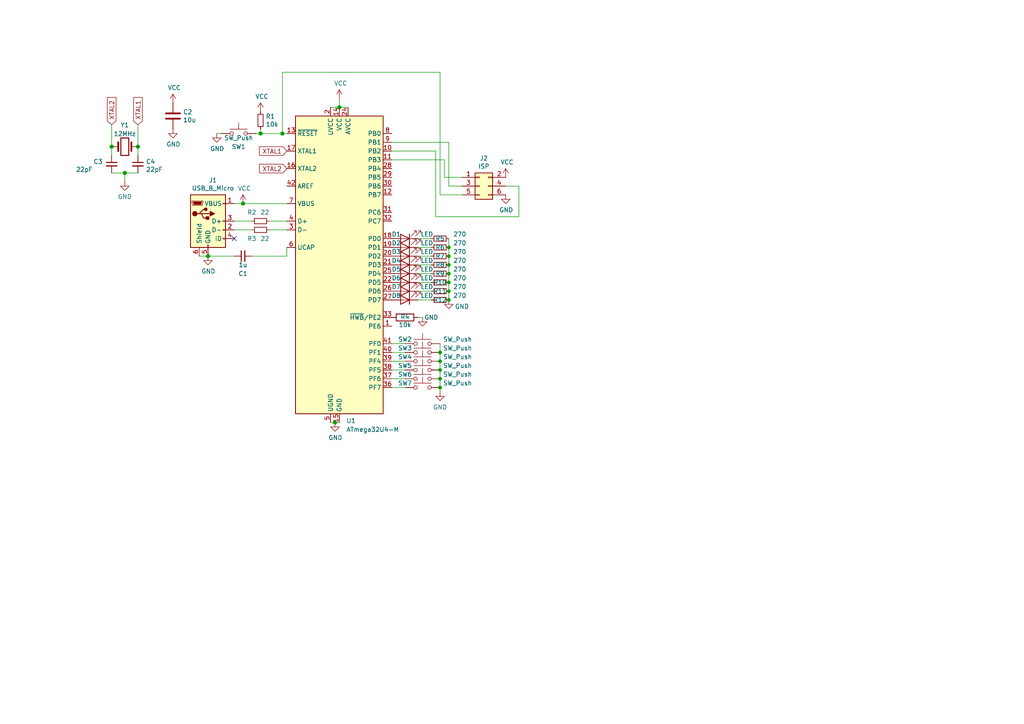
<source format=kicad_sch>
(kicad_sch (version 20211123) (generator eeschema)
  (paper "A4")
  (lib_symbols
    (symbol "Connector:USB_B_Micro" (pin_names (offset 1.016))
      (property "Reference" "J" (at -5.08 11.43 0))
      (property "Value" "Connector_USB_B_Micro" (at -5.08 8.89 0))
      (symbol "USB_B_Micro_0_1"
        (rectangle (start -5.08 -7.62) (end 5.08 7.62) (stroke (width 0.254)) (fill (type background)))
        (circle (center -3.81 2.159) (radius 0.635) (stroke (width 0.254)) (fill (type outline)))
        (circle (center -0.635 3.429) (radius 0.381) (stroke (width 0.254)) (fill (type outline)))
        (rectangle (start -0.127 -7.62) (end 0.127 -6.858))
        (polyline (pts (xy -1.905 2.159) (xy 0.635 2.159)) (stroke (width 0.254)))
        (polyline (pts (xy -3.175 2.159) (xy -2.54 2.159) (xy -1.27 3.429) (xy -0.635 3.429)) (stroke (width 0.254)))
        (polyline (pts (xy -2.54 2.159) (xy -1.905 2.159) (xy -1.27 0.889) (xy 0 0.889)) (stroke (width 0.254)))
        (polyline (pts (xy 0.635 2.794) (xy 0.635 1.524) (xy 1.905 2.159) (xy 0.635 2.794)) (stroke (width 0.254)) (fill (type outline)))
        (polyline (pts (xy -4.318 5.588) (xy -1.778 5.588) (xy -2.032 4.826) (xy -4.064 4.826) (xy -4.318 5.588)) (fill (type outline)))
        (polyline (pts (xy -4.699 5.842) (xy -4.699 5.588) (xy -4.445 4.826) (xy -4.445 4.572) (xy -1.651 4.572) (xy -1.651 4.826) (xy -1.397 5.588) (xy -1.397 5.842) (xy -4.699 5.842)))
        (rectangle (start 0.254 1.27) (end -0.508 0.508) (stroke (width 0.254)) (fill (type outline)))
        (rectangle (start 5.08 -5.207) (end 4.318 -4.953))
        (rectangle (start 5.08 -2.667) (end 4.318 -2.413))
        (rectangle (start 5.08 -0.127) (end 4.318 0.127))
        (rectangle (start 5.08 4.953) (end 4.318 5.207))
      )
      (symbol "USB_B_Micro_1_1"
        (pin power_out line (at 7.62 5.08 180) (length 2.54) (name "VBUS") (number "1"))
        (pin bidirectional line (at 7.62 -2.54 180) (length 2.54) (name "D-") (number "2"))
        (pin bidirectional line (at 7.62 0 180) (length 2.54) (name "D+") (number "3"))
        (pin passive line (at 7.62 -5.08 180) (length 2.54) (name "ID") (number "4"))
        (pin power_out line (at 0 -10.16 90) (length 2.54) (name "GND") (number "5"))
        (pin passive line (at -2.54 -10.16 90) (length 2.54) (name "Shield") (number "6"))
      )
    )
    (symbol "Connector_Generic:Conn_02x03_Odd_Even" (pin_names (offset 1.016) hide)
      (property "Reference" "J" (at 1.27 5.08 0))
      (property "Value" "Connector_Generic_Conn_02x03_Odd_Even" (at 1.27 -5.08 0))
      (symbol "Conn_02x03_Odd_Even_1_1"
        (rectangle (start -1.27 -2.413) (end 0 -2.667) (stroke (width 0.1524)))
        (rectangle (start -1.27 0.127) (end 0 -0.127) (stroke (width 0.1524)))
        (rectangle (start -1.27 2.667) (end 0 2.413) (stroke (width 0.1524)))
        (rectangle (start -1.27 3.81) (end 3.81 -3.81) (stroke (width 0.254)) (fill (type background)))
        (rectangle (start 3.81 -2.413) (end 2.54 -2.667) (stroke (width 0.1524)))
        (rectangle (start 3.81 0.127) (end 2.54 -0.127) (stroke (width 0.1524)))
        (rectangle (start 3.81 2.667) (end 2.54 2.413) (stroke (width 0.1524)))
        (pin passive line (at -5.08 2.54 0) (length 3.81) (name "Pin_1") (number "1"))
        (pin passive line (at 7.62 2.54 180) (length 3.81) (name "Pin_2") (number "2"))
        (pin passive line (at -5.08 0 0) (length 3.81) (name "Pin_3") (number "3"))
        (pin passive line (at 7.62 0 180) (length 3.81) (name "Pin_4") (number "4"))
        (pin passive line (at -5.08 -2.54 0) (length 3.81) (name "Pin_5") (number "5"))
        (pin passive line (at 7.62 -2.54 180) (length 3.81) (name "Pin_6") (number "6"))
      )
    )
    (symbol "Device:C" (pin_numbers hide) (pin_names (offset 0.254))
      (property "Reference" "C" (at 0.635 2.54 0))
      (property "Value" "Device_C" (at 0.635 -2.54 0))
      (symbol "C_0_1"
        (polyline (pts (xy -2.032 -0.762) (xy 2.032 -0.762)) (stroke (width 0.508)))
        (polyline (pts (xy -2.032 0.762) (xy 2.032 0.762)) (stroke (width 0.508)))
      )
      (symbol "C_1_1"
        (pin passive line (at 0 3.81 270) (length 2.794) (name "~") (number "1"))
        (pin passive line (at 0 -3.81 90) (length 2.794) (name "~") (number "2"))
      )
    )
    (symbol "Device:C_Small" (pin_numbers hide) (pin_names (offset 0.254) hide)
      (property "Reference" "C" (at 0.254 1.778 0))
      (property "Value" "Device_C_Small" (at 0.254 -2.032 0))
      (symbol "C_Small_0_1"
        (polyline (pts (xy -1.524 -0.508) (xy 1.524 -0.508)) (stroke (width 0.3302)))
        (polyline (pts (xy -1.524 0.508) (xy 1.524 0.508)) (stroke (width 0.3048)))
      )
      (symbol "C_Small_1_1"
        (pin passive line (at 0 2.54 270) (length 2.032) (name "~") (number "1"))
        (pin passive line (at 0 -2.54 90) (length 2.032) (name "~") (number "2"))
      )
    )
    (symbol "Device:C_Small_1" (pin_numbers hide) (pin_names (offset 0.254) hide)
      (property "Reference" "C" (at 0.254 1.778 0))
      (property "Value" "C_Small" (at 0.254 -2.032 0))
      (symbol "C_Small_1_0_1"
        (polyline (pts (xy -1.524 -0.508) (xy 1.524 -0.508)) (stroke (width 0.3302)))
        (polyline (pts (xy -1.524 0.508) (xy 1.524 0.508)) (stroke (width 0.3048)))
      )
      (symbol "C_Small_1_1_1"
        (pin passive line (at 0 2.54 270) (length 2.032) (name "~") (number "1"))
        (pin passive line (at 0 -2.54 90) (length 2.032) (name "~") (number "2"))
      )
    )
    (symbol "Device:C_Small_2" (pin_numbers hide) (pin_names (offset 0.254) hide)
      (property "Reference" "C" (at 0.254 1.778 0))
      (property "Value" "C_Small" (at 0.254 -2.032 0))
      (symbol "C_Small_2_0_1"
        (polyline (pts (xy -1.524 -0.508) (xy 1.524 -0.508)) (stroke (width 0.3302)))
        (polyline (pts (xy -1.524 0.508) (xy 1.524 0.508)) (stroke (width 0.3048)))
      )
      (symbol "C_Small_2_1_1"
        (pin passive line (at 0 2.54 270) (length 2.032) (name "~") (number "1"))
        (pin passive line (at 0 -2.54 90) (length 2.032) (name "~") (number "2"))
      )
    )
    (symbol "Device:Crystal" (pin_numbers hide) (pin_names (offset 1.016) hide)
      (property "Reference" "Y" (at 0 3.81 0))
      (property "Value" "Crystal" (at 0 -3.81 0))
      (symbol "Crystal_0_1"
        (rectangle (start -1.143 2.54) (end 1.143 -2.54) (stroke (width 0.3048)))
        (polyline (pts (xy -2.54 0) (xy -1.905 0)))
        (polyline (pts (xy -1.905 -1.27) (xy -1.905 1.27)) (stroke (width 0.508)))
        (polyline (pts (xy 1.905 -1.27) (xy 1.905 1.27)) (stroke (width 0.508)))
        (polyline (pts (xy 2.54 0) (xy 1.905 0)))
      )
      (symbol "Crystal_1_1"
        (pin passive line (at -3.81 0 0) (length 1.27) (name "1") (number "1"))
        (pin passive line (at 3.81 0 180) (length 1.27) (name "2") (number "2"))
      )
    )
    (symbol "Device:LED" (pin_numbers hide) (pin_names (offset 1.016) hide)
      (property "Reference" "D" (at 0 2.54 0))
      (property "Value" "LED" (at 0 -2.54 0))
      (symbol "LED_0_1"
        (polyline (pts (xy -1.27 -1.27) (xy -1.27 1.27)) (stroke (width 0.254)))
        (polyline (pts (xy -1.27 0) (xy 1.27 0)))
        (polyline (pts (xy 1.27 -1.27) (xy 1.27 1.27) (xy -1.27 0) (xy 1.27 -1.27)) (stroke (width 0.254)))
        (polyline (pts (xy -3.048 -0.762) (xy -4.572 -2.286) (xy -3.81 -2.286) (xy -4.572 -2.286) (xy -4.572 -1.524)))
        (polyline (pts (xy -1.778 -0.762) (xy -3.302 -2.286) (xy -2.54 -2.286) (xy -3.302 -2.286) (xy -3.302 -1.524)))
      )
      (symbol "LED_1_1"
        (pin passive line (at -3.81 0 0) (length 2.54) (name "K") (number "1"))
        (pin passive line (at 3.81 0 180) (length 2.54) (name "A") (number "2"))
      )
    )
    (symbol "Device:R" (pin_numbers hide) (pin_names (offset 0))
      (property "Reference" "R" (at 2.032 0 90))
      (property "Value" "Device_R" (at 0 0 90))
      (symbol "R_0_1"
        (rectangle (start -1.016 -2.54) (end 1.016 2.54) (stroke (width 0.254)))
      )
      (symbol "R_1_1"
        (pin passive line (at 0 3.81 270) (length 1.27) (name "~") (number "1"))
        (pin passive line (at 0 -3.81 90) (length 1.27) (name "~") (number "2"))
      )
    )
    (symbol "Device:R_Small" (pin_numbers hide) (pin_names (offset 0.254) hide)
      (property "Reference" "R" (at 0.762 0.508 0))
      (property "Value" "Device_R_Small" (at 0.762 -1.016 0))
      (symbol "R_Small_0_1"
        (rectangle (start -0.762 1.778) (end 0.762 -1.778) (stroke (width 0.2032)))
      )
      (symbol "R_Small_1_1"
        (pin passive line (at 0 2.54 270) (length 0.762) (name "~") (number "1"))
        (pin passive line (at 0 -2.54 90) (length 0.762) (name "~") (number "2"))
      )
    )
    (symbol "GND_1" (power) (pin_names (offset 0))
      (property "Value" "GND_1" (at 0 -3.81 0))
      (symbol "GND_1_0_1"
        (polyline (pts (xy 0 0) (xy 0 -1.27) (xy 1.27 -1.27) (xy 0 -2.54) (xy -1.27 -1.27) (xy 0 -1.27)))
      )
      (symbol "GND_1_1_1"
        (pin power_in line (at 0 0 270) (length 0) hide (name "GND") (number "1"))
      )
    )
    (symbol "GND_2" (power) (pin_names (offset 0))
      (property "Value" "GND_2" (at 0 -3.81 0))
      (symbol "GND_2_0_1"
        (polyline (pts (xy 0 0) (xy 0 -1.27) (xy 1.27 -1.27) (xy 0 -2.54) (xy -1.27 -1.27) (xy 0 -1.27)))
      )
      (symbol "GND_2_1_1"
        (pin power_in line (at 0 0 270) (length 0) hide (name "GND") (number "1"))
      )
    )
    (symbol "MCU_Microchip_ATmega:ATmega32U4-M"
      (property "Reference" "U" (at -12.7 44.45 0))
      (property "Value" "ATmega32U4-M" (at 2.54 -44.45 0))
      (symbol "ATmega32U4-M_0_1"
        (rectangle (start -12.7 -43.18) (end 12.7 43.18) (stroke (width 0.254)) (fill (type background)))
      )
      (symbol "ATmega32U4-M_1_1"
        (pin bidirectional line (at 15.24 -17.78 180) (length 2.54) (name "PE6") (number "1"))
        (pin bidirectional line (at 15.24 33.02 180) (length 2.54) (name "PB2") (number "10"))
        (pin bidirectional line (at 15.24 30.48 180) (length 2.54) (name "PB3") (number "11"))
        (pin bidirectional line (at 15.24 20.32 180) (length 2.54) (name "PB7") (number "12"))
        (pin input line (at -15.24 38.1 0) (length 2.54) (name "~{RESET}") (number "13"))
        (pin power_in line (at 0 45.72 270) (length 2.54) (name "VCC") (number "14"))
        (pin power_in line (at 0 -45.72 90) (length 2.54) (name "GND") (number "15"))
        (pin output line (at -15.24 27.94 0) (length 2.54) (name "XTAL2") (number "16"))
        (pin input line (at -15.24 33.02 0) (length 2.54) (name "XTAL1") (number "17"))
        (pin bidirectional line (at 15.24 7.62 180) (length 2.54) (name "PD0") (number "18"))
        (pin bidirectional line (at 15.24 5.08 180) (length 2.54) (name "PD1") (number "19"))
        (pin power_in line (at -2.54 45.72 270) (length 2.54) (name "UVCC") (number "2"))
        (pin bidirectional line (at 15.24 2.54 180) (length 2.54) (name "PD2") (number "20"))
        (pin bidirectional line (at 15.24 0 180) (length 2.54) (name "PD3") (number "21"))
        (pin bidirectional line (at 15.24 -5.08 180) (length 2.54) (name "PD5") (number "22"))
        (pin passive line (at 0 -45.72 90) (length 2.54) hide (name "GND") (number "23"))
        (pin power_in line (at 2.54 45.72 270) (length 2.54) (name "AVCC") (number "24"))
        (pin bidirectional line (at 15.24 -2.54 180) (length 2.54) (name "PD4") (number "25"))
        (pin bidirectional line (at 15.24 -7.62 180) (length 2.54) (name "PD6") (number "26"))
        (pin bidirectional line (at 15.24 -10.16 180) (length 2.54) (name "PD7") (number "27"))
        (pin bidirectional line (at 15.24 27.94 180) (length 2.54) (name "PB4") (number "28"))
        (pin bidirectional line (at 15.24 25.4 180) (length 2.54) (name "PB5") (number "29"))
        (pin bidirectional line (at -15.24 10.16 0) (length 2.54) (name "D-") (number "3"))
        (pin bidirectional line (at 15.24 22.86 180) (length 2.54) (name "PB6") (number "30"))
        (pin bidirectional line (at 15.24 15.24 180) (length 2.54) (name "PC6") (number "31"))
        (pin bidirectional line (at 15.24 12.7 180) (length 2.54) (name "PC7") (number "32"))
        (pin bidirectional line (at 15.24 -15.24 180) (length 2.54) (name "~{HWB}/PE2") (number "33"))
        (pin passive line (at 0 45.72 270) (length 2.54) hide (name "VCC") (number "34"))
        (pin passive line (at 0 -45.72 90) (length 2.54) hide (name "GND") (number "35"))
        (pin bidirectional line (at 15.24 -35.56 180) (length 2.54) (name "PF7") (number "36"))
        (pin bidirectional line (at 15.24 -33.02 180) (length 2.54) (name "PF6") (number "37"))
        (pin bidirectional line (at 15.24 -30.48 180) (length 2.54) (name "PF5") (number "38"))
        (pin bidirectional line (at 15.24 -27.94 180) (length 2.54) (name "PF4") (number "39"))
        (pin bidirectional line (at -15.24 12.7 0) (length 2.54) (name "D+") (number "4"))
        (pin bidirectional line (at 15.24 -25.4 180) (length 2.54) (name "PF1") (number "40"))
        (pin bidirectional line (at 15.24 -22.86 180) (length 2.54) (name "PF0") (number "41"))
        (pin passive line (at -15.24 22.86 0) (length 2.54) (name "AREF") (number "42"))
        (pin passive line (at 0 -45.72 90) (length 2.54) hide (name "GND") (number "43"))
        (pin passive line (at 2.54 45.72 270) (length 2.54) hide (name "AVCC") (number "44"))
        (pin passive line (at 0 -45.72 90) (length 2.54) hide (name "GND") (number "45"))
        (pin passive line (at -2.54 -45.72 90) (length 2.54) (name "UGND") (number "5"))
        (pin passive line (at -15.24 5.08 0) (length 2.54) (name "UCAP") (number "6"))
        (pin input line (at -15.24 17.78 0) (length 2.54) (name "VBUS") (number "7"))
        (pin bidirectional line (at 15.24 38.1 180) (length 2.54) (name "PB0") (number "8"))
        (pin bidirectional line (at 15.24 35.56 180) (length 2.54) (name "PB1") (number "9"))
      )
    )
    (symbol "R_Small_1" (pin_numbers hide) (pin_names (offset 0.254) hide)
      (property "Reference" "R" (at 0.762 0.508 0))
      (property "Value" "R_Small_1" (at 0.762 -1.016 0))
      (symbol "R_Small_1_0_1"
        (rectangle (start -0.762 1.778) (end 0.762 -1.778) (stroke (width 0.2032)))
      )
      (symbol "R_Small_1_1_1"
        (pin passive line (at 0 2.54 270) (length 0.762) (name "~") (number "1"))
        (pin passive line (at 0 -2.54 90) (length 0.762) (name "~") (number "2"))
      )
    )
    (symbol "SW_Push_1" (pin_numbers hide) (pin_names (offset 1.016) hide)
      (property "Reference" "SW" (at 1.27 2.54 0))
      (property "Value" "SW_Push_1" (at 0 -1.524 0))
      (symbol "SW_Push_1_0_1"
        (circle (center -2.032 0) (radius 0.508))
        (polyline (pts (xy 0 1.27) (xy 0 3.048)))
        (polyline (pts (xy 2.54 1.27) (xy -2.54 1.27)))
        (circle (center 2.032 0) (radius 0.508))
        (pin passive line (at -5.08 0 0) (length 2.54) (name "1") (number "1"))
        (pin passive line (at 5.08 0 180) (length 2.54) (name "2") (number "2"))
      )
    )
    (symbol "Switch:SW_Push" (pin_numbers hide) (pin_names (offset 1.016) hide)
      (property "Reference" "SW" (at 1.27 2.54 0))
      (property "Value" "Switch_SW_Push" (at 0 -1.524 0))
      (symbol "SW_Push_0_1"
        (circle (center -2.032 0) (radius 0.508))
        (polyline (pts (xy 0 1.27) (xy 0 3.048)))
        (polyline (pts (xy 2.54 1.27) (xy -2.54 1.27)))
        (circle (center 2.032 0) (radius 0.508))
        (pin passive line (at -5.08 0 0) (length 2.54) (name "1") (number "1"))
        (pin passive line (at 5.08 0 180) (length 2.54) (name "2") (number "2"))
      )
    )
    (symbol "power:GND" (power) (pin_names (offset 0))
      (property "Value" "power_GND" (at 0 -3.81 0))
      (symbol "GND_0_1"
        (polyline (pts (xy 0 0) (xy 0 -1.27) (xy 1.27 -1.27) (xy 0 -2.54) (xy -1.27 -1.27) (xy 0 -1.27)))
      )
      (symbol "GND_1_1"
        (pin power_in line (at 0 0 270) (length 0) hide (name "GND") (number "1"))
      )
    )
    (symbol "power:GND_1" (power) (pin_names (offset 0))
      (property "Value" "GND" (at 0 -3.81 0))
      (symbol "GND_1_0_1"
        (polyline (pts (xy 0 0) (xy 0 -1.27) (xy 1.27 -1.27) (xy 0 -2.54) (xy -1.27 -1.27) (xy 0 -1.27)))
      )
      (symbol "GND_1_1_1"
        (pin power_in line (at 0 0 270) (length 0) hide (name "GND") (number "1"))
      )
    )
    (symbol "power:VCC" (power) (pin_names (offset 0))
      (property "Value" "power_VCC" (at 0 3.81 0))
      (symbol "VCC_0_1"
        (polyline (pts (xy -0.762 1.27) (xy 0 2.54)))
        (polyline (pts (xy 0 0) (xy 0 2.54)))
        (polyline (pts (xy 0 2.54) (xy 0.762 1.27)))
      )
      (symbol "VCC_1_1"
        (pin power_in line (at 0 0 90) (length 0) hide (name "VCC") (number "1"))
      )
    )
  )
  (junction (at 97.155 122.555) (diameter 1.016))
  (junction (at 75.565 38.735) (diameter 1.016))
  (junction (at 130.175 76.835))
  (junction (at 130.175 81.915))
  (junction (at 60.325 74.295) (diameter 1.016))
  (junction (at 40.005 42.545) (diameter 1.016))
  (junction (at 127.635 109.855))
  (junction (at 130.175 74.295))
  (junction (at 127.635 104.775))
  (junction (at 130.175 71.755))
  (junction (at 98.425 31.115) (diameter 1.016))
  (junction (at 127.635 102.235))
  (junction (at 81.915 38.735) (diameter 1.016))
  (junction (at 130.175 86.995))
  (junction (at 127.635 107.315))
  (junction (at 36.195 50.165) (diameter 1.016))
  (junction (at 32.385 42.545) (diameter 1.016))
  (junction (at 70.485 59.055) (diameter 1.016))
  (junction (at 130.175 84.455))
  (junction (at 127.635 112.395))
  (junction (at 130.175 79.375))
  (no_connect (at 67.945 69.215))
  (wire (pts (xy 128.905 46.355) (xy 113.665 46.355)))
  (wire (pts (xy 121.285 79.375) (xy 125.095 79.375)))
  (wire (pts (xy 127.635 104.775) (xy 127.635 107.315)))
  (wire (pts (xy 98.425 31.115) (xy 100.965 31.115)))
  (wire (pts (xy 113.665 104.775) (xy 117.475 104.775)))
  (wire (pts (xy 113.665 43.815) (xy 126.365 43.815)))
  (wire (pts (xy 127.635 99.695) (xy 127.635 102.235)))
  (wire (pts (xy 127.635 107.315) (xy 127.635 109.855)))
  (wire (pts (xy 32.385 42.545) (xy 32.385 45.085)))
  (wire (pts (xy 95.885 122.555) (xy 97.155 122.555)))
  (wire (pts (xy 121.285 74.295) (xy 125.095 74.295)))
  (wire (pts (xy 70.485 59.055) (xy 67.945 59.055)))
  (wire (pts (xy 130.175 84.455) (xy 130.175 86.995)))
  (wire (pts (xy 113.665 102.235) (xy 117.475 102.235)))
  (wire (pts (xy 130.175 69.215) (xy 130.175 71.755)))
  (wire (pts (xy 150.495 62.865) (xy 150.495 53.975)))
  (wire (pts (xy 121.285 71.755) (xy 125.095 71.755)))
  (wire (pts (xy 32.385 36.195) (xy 32.385 42.545)))
  (wire (pts (xy 97.155 122.555) (xy 98.425 122.555)))
  (wire (pts (xy 67.945 66.675) (xy 73.025 66.675)))
  (wire (pts (xy 81.915 38.735) (xy 83.185 38.735)))
  (wire (pts (xy 73.025 64.135) (xy 67.945 64.135)))
  (wire (pts (xy 113.665 99.695) (xy 117.475 99.695)))
  (wire (pts (xy 130.175 79.375) (xy 130.175 81.915)))
  (wire (pts (xy 64.135 38.735) (xy 62.865 38.735)))
  (wire (pts (xy 36.195 50.165) (xy 36.195 52.705)))
  (wire (pts (xy 150.495 53.975) (xy 146.685 53.975)))
  (wire (pts (xy 130.175 41.275) (xy 130.175 53.975)))
  (wire (pts (xy 83.185 74.295) (xy 83.185 71.755)))
  (wire (pts (xy 81.915 20.955) (xy 127.635 20.955)))
  (wire (pts (xy 78.105 64.135) (xy 83.185 64.135)))
  (wire (pts (xy 75.565 37.465) (xy 75.565 38.735)))
  (wire (pts (xy 130.175 76.835) (xy 130.175 79.375)))
  (wire (pts (xy 121.285 81.915) (xy 125.095 81.915)))
  (wire (pts (xy 40.005 36.195) (xy 40.005 42.545)))
  (wire (pts (xy 130.175 71.755) (xy 130.175 74.295)))
  (wire (pts (xy 81.915 38.735) (xy 81.915 20.955)))
  (wire (pts (xy 127.635 112.395) (xy 127.635 113.665)))
  (wire (pts (xy 127.635 20.955) (xy 127.635 56.515)))
  (wire (pts (xy 83.185 66.675) (xy 78.105 66.675)))
  (wire (pts (xy 113.665 107.315) (xy 117.475 107.315)))
  (wire (pts (xy 130.175 81.915) (xy 130.175 84.455)))
  (wire (pts (xy 127.635 109.855) (xy 127.635 112.395)))
  (wire (pts (xy 75.565 38.735) (xy 74.295 38.735)))
  (wire (pts (xy 32.385 50.165) (xy 36.195 50.165)))
  (wire (pts (xy 36.195 50.165) (xy 40.005 50.165)))
  (wire (pts (xy 130.175 74.295) (xy 130.175 76.835)))
  (wire (pts (xy 122.555 92.075) (xy 121.285 92.075)))
  (wire (pts (xy 57.785 74.295) (xy 60.325 74.295)))
  (wire (pts (xy 60.325 74.295) (xy 67.945 74.295)))
  (wire (pts (xy 95.885 31.115) (xy 98.425 31.115)))
  (wire (pts (xy 73.025 74.295) (xy 83.185 74.295)))
  (wire (pts (xy 126.365 43.815) (xy 126.365 62.865)))
  (wire (pts (xy 40.005 42.545) (xy 40.005 45.085)))
  (wire (pts (xy 113.665 109.855) (xy 117.475 109.855)))
  (wire (pts (xy 98.425 28.575) (xy 98.425 31.115)))
  (wire (pts (xy 70.485 59.055) (xy 83.185 59.055)))
  (wire (pts (xy 113.665 112.395) (xy 117.475 112.395)))
  (wire (pts (xy 121.285 86.995) (xy 125.095 86.995)))
  (wire (pts (xy 126.365 62.865) (xy 150.495 62.865)))
  (wire (pts (xy 127.635 56.515) (xy 133.985 56.515)))
  (wire (pts (xy 121.285 69.215) (xy 125.095 69.215)))
  (wire (pts (xy 128.905 51.435) (xy 128.905 46.355)))
  (wire (pts (xy 121.285 76.835) (xy 125.095 76.835)))
  (wire (pts (xy 113.665 41.275) (xy 130.175 41.275)))
  (wire (pts (xy 127.635 102.235) (xy 127.635 104.775)))
  (wire (pts (xy 75.565 38.735) (xy 81.915 38.735)))
  (wire (pts (xy 130.175 53.975) (xy 133.985 53.975)))
  (wire (pts (xy 133.985 51.435) (xy 128.905 51.435)))
  (wire (pts (xy 121.285 84.455) (xy 125.095 84.455)))
  (global_label "XTAL1" (shape input) (at 83.185 43.815 180) (property "Intersheet References" "${INTERSHEET_REFS}" (effects hide)))
  (global_label "XTAL2" (shape input) (at 32.385 36.195 90) (property "Intersheet References" "${INTERSHEET_REFS}" (effects hide)))
  (global_label "XTAL2" (shape input) (at 83.185 48.895 180) (property "Intersheet References" "${INTERSHEET_REFS}" (effects hide)))
  (global_label "XTAL1" (shape input) (at 40.005 36.195 90) (property "Intersheet References" "${INTERSHEET_REFS}" (effects hide)))
  (symbol (lib_id "Connector:USB_B_Micro") (at 60.325 64.135 0) (unit 1)
    (property "Reference" "J1" (at 61.7728 52.2732 0))
    (property "Value" "USB_B_Micro" (at 61.7728 54.5846 0))
    (property "Footprint" "Connector_USB:USB_Micro-B_Molex-105017-0001" (effects hide))
  )
  (symbol (lib_id "power:VCC") (at 98.425 28.575 0) (unit 1)
    (property "Reference" "#PWR0120" (effects hide))
    (property "Value" "VCC" (at 98.806 24.1808 0))
  )
  (symbol (lib_id "Connector_Generic:Conn_02x03_Odd_Even") (at 139.065 53.975 0) (unit 1)
    (property "Reference" "J2" (at 140.335 45.9232 0))
    (property "Value" "ISP" (at 140.335 48.2346 0))
    (property "Footprint" "Connector_PinHeader_2.54mm:PinHeader_2x03_P2.54mm_Vertical" (effects hide))
  )
  (symbol (lib_id "power:VCC") (at 146.685 51.435 0) (unit 1)
    (property "Reference" "#PWR0121" (effects hide))
    (property "Value" "VCC" (at 147.066 47.0408 0))
  )
  (symbol (lib_id "power:GND") (at 146.685 56.515 0) (unit 1)
    (property "Reference" "#PWR0122" (effects hide))
    (property "Value" "GND" (at 146.812 60.9092 0))
  )
  (symbol (lib_id "Device:R_Small") (at 75.565 64.135 270) (unit 1)
    (property "Reference" "R2" (at 73.025 61.595 90))
    (property "Value" "22" (at 76.835 61.595 90))
    (property "Footprint" "Resistor_SMD:R_0603_1608Metric" (effects hide))
  )
  (symbol (lib_id "Device:R_Small") (at 75.565 66.675 270) (unit 1)
    (property "Reference" "R3" (at 73.025 69.215 90))
    (property "Value" "22" (at 76.835 69.215 90))
    (property "Footprint" "Resistor_SMD:R_0603_1608Metric" (effects hide))
  )
  (symbol (lib_id "Device:C_Small") (at 70.485 74.295 90) (unit 1)
    (property "Reference" "C1" (at 70.485 79.375 90))
    (property "Value" "1u" (at 70.485 76.835 90))
    (property "Footprint" "Capacitor_SMD:C_0603_1608Metric" (effects hide))
  )
  (symbol (lib_id "power:VCC") (at 70.485 59.055 0) (unit 1)
    (property "Reference" "#PWR0109" (effects hide))
    (property "Value" "VCC" (at 70.866 54.6608 0))
  )
  (symbol (lib_id "power:GND") (at 60.325 74.295 0) (unit 1)
    (property "Reference" "#PWR0110" (effects hide))
    (property "Value" "GND" (at 60.452 78.6892 0))
  )
  (symbol (lib_id "power:GND") (at 97.155 122.555 0) (unit 1)
    (property "Reference" "#PWR0111" (effects hide))
    (property "Value" "GND" (at 97.282 126.9492 0))
  )
  (symbol (lib_id "Device:C") (at 50.165 33.655 0) (unit 1)
    (property "Reference" "C2" (at 53.086 32.4866 0) (effects (justify left)))
    (property "Value" "10u" (at 53.086 34.798 0) (effects (justify left)))
    (property "Footprint" "Capacitor_SMD:C_0603_1608Metric" (effects hide))
  )
  (symbol (lib_id "power:VCC") (at 50.165 29.845 0) (unit 1)
    (property "Reference" "#PWR0113" (effects hide))
    (property "Value" "VCC" (at 50.546 25.4508 0))
  )
  (symbol (lib_id "power:GND") (at 50.165 37.465 0) (unit 1)
    (property "Reference" "#PWR0114" (effects hide))
    (property "Value" "GND" (at 50.292 41.8592 0))
  )
  (symbol (lib_id "Device:R") (at 117.475 92.075 90) (unit 1)
    (property "Reference" "R4" (at 117.475 91.8972 90))
    (property "Value" "10k" (at 117.475 94.2086 90))
    (property "Footprint" "Resistor_SMD:R_0603_1608Metric" (effects hide))
  )
  (symbol (lib_id "power:GND") (at 122.555 92.075 0) (unit 1)
    (property "Reference" "#PWR0117" (effects hide))
    (property "Value" "GND" (at 125.095 92.075 0))
  )
  (symbol (lib_id "Switch:SW_Push") (at 69.215 38.735 0) (unit 1)
    (property "Reference" "SW1" (at 69.215 42.545 0))
    (property "Value" "SW_Push" (at 69.215 40.005 0))
    (property "Footprint" "Footprints:SW_TS-1187A-B-A-B" (effects hide))
  )
  (symbol (lib_id "Device:R_Small") (at 75.565 34.925 0) (unit 1)
    (property "Reference" "R1" (at 77.0636 33.7566 0) (effects (justify left)))
    (property "Value" "10k" (at 77.0636 36.068 0) (effects (justify left)))
    (property "Footprint" "Resistor_SMD:R_0603_1608Metric" (effects hide))
  )
  (symbol (lib_id "power:GND") (at 62.865 38.735 0) (unit 1)
    (property "Reference" "#PWR0118" (effects hide))
    (property "Value" "GND" (at 62.992 43.1292 0))
  )
  (symbol (lib_id "power:VCC") (at 75.565 32.385 0) (unit 1)
    (property "Reference" "#PWR0119" (effects hide))
    (property "Value" "VCC" (at 75.946 27.9908 0))
  )
  (symbol (lib_id "Device:LED") (at 117.475 71.755 180) (unit 1)
    (property "Reference" "D2" (at 114.935 70.485 0))
    (property "Value" "LED" (at 123.825 70.485 0))
    (property "Footprint" "LED_SMD:LED_0805_2012Metric" (effects hide))
  )
  (symbol (lib_name "SW_Push_1") (lib_id "Switch:SW_Push") (at 122.555 102.235 0) (unit 1)
    (property "Reference" "SW3" (at 117.475 100.965 0))
    (property "Value" "SW_Push" (at 132.715 100.965 0))
    (property "Footprint" "Footprints:SW_TS-1187A-B-A-B" (effects hide))
  )
  (symbol (lib_id "Device:LED") (at 117.475 76.835 180) (unit 1)
    (property "Reference" "D4" (at 114.935 75.565 0))
    (property "Value" "LED" (at 123.825 75.565 0))
    (property "Footprint" "LED_SMD:LED_0805_2012Metric" (effects hide))
  )
  (symbol (lib_id "Device:LED") (at 117.475 79.375 180) (unit 1)
    (property "Reference" "D5" (at 114.935 78.105 0))
    (property "Value" "LED" (at 123.825 78.105 0))
    (property "Footprint" "LED_SMD:LED_0805_2012Metric" (effects hide))
  )
  (symbol (lib_name "Device:C_Small_1") (lib_id "Device:C_Small") (at 32.385 47.625 0) (unit 1)
    (property "Reference" "C3" (at 27.0892 46.8641 0) (effects (justify left)))
    (property "Value" "22pF" (at 22.0092 49.1628 0) (effects (justify left)))
    (property "Footprint" "Capacitor_SMD:C_0603_1608Metric" (effects hide))
  )
  (symbol (lib_name "GND_1") (lib_id "power:GND") (at 127.635 113.665 0) (unit 1)
    (property "Reference" "#PWR0101" (effects hide))
    (property "Value" "GND" (at 127.635 118.1084 0))
  )
  (symbol (lib_name "R_Small_1") (lib_id "Device:R_Small") (at 127.635 76.835 90) (unit 1)
    (property "Reference" "R8" (at 127.635 76.835 90))
    (property "Value" "270" (at 133.35 75.565 90))
    (property "Footprint" "Resistor_SMD:R_0603_1608Metric" (effects hide))
  )
  (symbol (lib_name "SW_Push_1") (lib_id "Switch:SW_Push") (at 122.555 109.855 0) (unit 1)
    (property "Reference" "SW6" (at 117.475 108.585 0))
    (property "Value" "SW_Push" (at 132.715 108.585 0))
    (property "Footprint" "Footprints:SW_TS-1187A-B-A-B" (effects hide))
  )
  (symbol (lib_name "Device:C_Small_2") (lib_id "Device:C_Small") (at 40.005 47.625 0) (unit 1)
    (property "Reference" "C4" (at 42.3292 46.8641 0) (effects (justify left)))
    (property "Value" "22pF" (at 42.3292 49.1628 0) (effects (justify left)))
    (property "Footprint" "Capacitor_SMD:C_0603_1608Metric" (effects hide))
  )
  (symbol (lib_name "R_Small_1") (lib_id "Device:R_Small") (at 127.635 71.755 90) (unit 1)
    (property "Reference" "R6" (at 127.635 71.755 90))
    (property "Value" "270" (at 133.35 70.485 90))
    (property "Footprint" "Resistor_SMD:R_0603_1608Metric" (effects hide))
  )
  (symbol (lib_id "Device:LED") (at 117.475 74.295 180) (unit 1)
    (property "Reference" "D3" (at 114.935 73.025 0))
    (property "Value" "LED" (at 123.825 73.025 0))
    (property "Footprint" "LED_SMD:LED_0805_2012Metric" (effects hide))
  )
  (symbol (lib_id "Device:LED") (at 117.475 84.455 180) (unit 1)
    (property "Reference" "D7" (at 114.935 83.185 0))
    (property "Value" "LED" (at 123.825 83.185 0))
    (property "Footprint" "LED_SMD:LED_0805_2012Metric" (effects hide))
  )
  (symbol (lib_name "R_Small_1") (lib_id "Device:R_Small") (at 127.635 69.215 90) (unit 1)
    (property "Reference" "R5" (at 127.635 69.215 90))
    (property "Value" "270" (at 133.35 67.945 90))
    (property "Footprint" "Resistor_SMD:R_0603_1608Metric" (effects hide))
  )
  (symbol (lib_name "SW_Push_1") (lib_id "Switch:SW_Push") (at 122.555 99.695 0) (unit 1)
    (property "Reference" "SW2" (at 117.475 98.425 0))
    (property "Value" "SW_Push" (at 132.715 98.425 0))
    (property "Footprint" "Footprints:SW_TS-1187A-B-A-B" (effects hide))
  )
  (symbol (lib_id "MCU_Microchip_ATmega:ATmega32U4-M") (at 98.425 76.835 0) (unit 1)
    (property "Reference" "U1" (at 100.4444 122.0454 0) (effects (justify left)))
    (property "Value" "ATmega32U4-M" (at 100.4444 124.5823 0) (effects (justify left)))
    (property "Footprint" "Package_DFN_QFN:QFN-44-1EP_7x7mm_P0.5mm_EP5.2x5.2mm" (effects hide))
    (property "Datasheet" "http://ww1.microchip.com/downloads/en/DeviceDoc/Atmel-7766-8-bit-AVR-ATmega16U4-32U4_Datasheet.pdf" (effects hide))
  )
  (symbol (lib_name "GND_2") (lib_id "power:GND") (at 130.175 86.995 0) (unit 1)
    (property "Reference" "#PWR0102" (effects hide))
    (property "Value" "GND" (at 133.985 88.9 0))
  )
  (symbol (lib_name "R_Small_1") (lib_id "Device:R_Small") (at 127.635 81.915 90) (unit 1)
    (property "Reference" "R10" (at 127.635 81.915 90))
    (property "Value" "270" (at 133.35 80.645 90))
    (property "Footprint" "Resistor_SMD:R_0603_1608Metric" (effects hide))
  )
  (symbol (lib_name "power:GND_1") (lib_id "power:GND") (at 36.195 52.705 0) (unit 1)
    (property "Reference" "#PWR0125" (effects hide))
    (property "Value" "GND" (at 36.195 57.0294 0))
  )
  (symbol (lib_name "R_Small_1") (lib_id "Device:R_Small") (at 127.635 74.295 90) (unit 1)
    (property "Reference" "R7" (at 127.635 74.295 90))
    (property "Value" "270" (at 133.35 73.025 90))
    (property "Footprint" "Resistor_SMD:R_0603_1608Metric" (effects hide))
  )
  (symbol (lib_id "Device:LED") (at 117.475 86.995 180) (unit 1)
    (property "Reference" "D8" (at 114.935 85.725 0))
    (property "Value" "LED" (at 123.825 85.725 0))
    (property "Footprint" "LED_SMD:LED_0805_2012Metric" (effects hide))
  )
  (symbol (lib_id "Device:LED") (at 117.475 81.915 180) (unit 1)
    (property "Reference" "D6" (at 114.935 80.645 0))
    (property "Value" "LED" (at 123.825 80.645 0))
    (property "Footprint" "LED_SMD:LED_0805_2012Metric" (effects hide))
  )
  (symbol (lib_name "R_Small_1") (lib_id "Device:R_Small") (at 127.635 86.995 90) (unit 1)
    (property "Reference" "R12" (at 127.635 86.995 90))
    (property "Value" "270" (at 133.35 85.725 90))
    (property "Footprint" "Resistor_SMD:R_0603_1608Metric" (effects hide))
  )
  (symbol (lib_name "R_Small_1") (lib_id "Device:R_Small") (at 127.635 84.455 90) (unit 1)
    (property "Reference" "R11" (at 127.635 84.455 90))
    (property "Value" "270" (at 133.35 83.185 90))
    (property "Footprint" "Resistor_SMD:R_0603_1608Metric" (effects hide))
  )
  (symbol (lib_name "R_Small_1") (lib_id "Device:R_Small") (at 127.635 79.375 90) (unit 1)
    (property "Reference" "R9" (at 127.635 79.375 90))
    (property "Value" "270" (at 133.35 78.105 90))
    (property "Footprint" "Resistor_SMD:R_0603_1608Metric" (effects hide))
  )
  (symbol (lib_name "SW_Push_1") (lib_id "Switch:SW_Push") (at 122.555 104.775 0) (unit 1)
    (property "Reference" "SW4" (at 117.475 103.505 0))
    (property "Value" "SW_Push" (at 132.715 103.505 0))
    (property "Footprint" "Footprints:SW_TS-1187A-B-A-B" (effects hide))
  )
  (symbol (lib_name "SW_Push_1") (lib_id "Switch:SW_Push") (at 122.555 112.395 0) (unit 1)
    (property "Reference" "SW7" (at 117.475 111.125 0))
    (property "Value" "SW_Push" (at 132.715 111.125 0))
    (property "Footprint" "Footprints:SW_TS-1187A-B-A-B" (effects hide))
  )
  (symbol (lib_id "Device:LED") (at 117.475 69.215 180) (unit 1)
    (property "Reference" "D1" (at 114.935 67.945 0))
    (property "Value" "LED" (at 123.825 67.945 0))
    (property "Footprint" "LED_SMD:LED_0805_2012Metric" (effects hide))
  )
  (symbol (lib_id "Device:Crystal") (at 36.195 42.545 180) (unit 1)
    (property "Reference" "Y1" (at 36.195 36.2798 0))
    (property "Value" "12MHz" (at 36.195 38.8167 0))
    (property "Footprint" "Crystal:Crystal_SMD_3225-4Pin_3.2x2.5mm" (effects hide))
  )
  (symbol (lib_name "SW_Push_1") (lib_id "Switch:SW_Push") (at 122.555 107.315 0) (unit 1)
    (property "Reference" "SW5" (at 117.475 106.045 0))
    (property "Value" "SW_Push" (at 132.715 106.045 0))
    (property "Footprint" "Footprints:SW_TS-1187A-B-A-B" (effects hide))
  )
)
</source>
